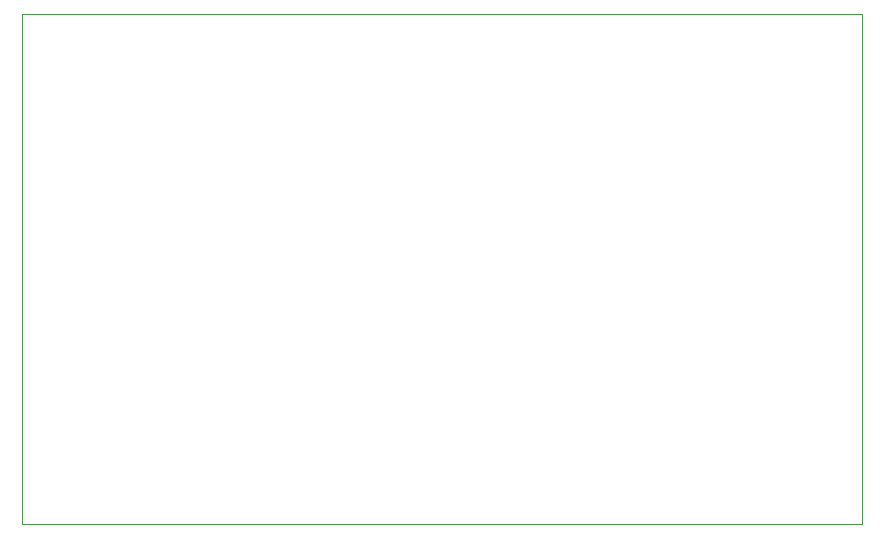
<source format=gm1>
%TF.GenerationSoftware,KiCad,Pcbnew,7.0.8*%
%TF.CreationDate,2023-10-10T01:18:49-07:00*%
%TF.ProjectId,htpm_control_module_status,6874706d-5f63-46f6-9e74-726f6c5f6d6f,1*%
%TF.SameCoordinates,Original*%
%TF.FileFunction,Profile,NP*%
%FSLAX46Y46*%
G04 Gerber Fmt 4.6, Leading zero omitted, Abs format (unit mm)*
G04 Created by KiCad (PCBNEW 7.0.8) date 2023-10-10 01:18:49*
%MOMM*%
%LPD*%
G01*
G04 APERTURE LIST*
%TA.AperFunction,Profile*%
%ADD10C,0.100000*%
%TD*%
G04 APERTURE END LIST*
D10*
X104120000Y-68580000D02*
X175240000Y-68580000D01*
X175240000Y-111760000D01*
X104120000Y-111760000D01*
X104120000Y-68580000D01*
M02*

</source>
